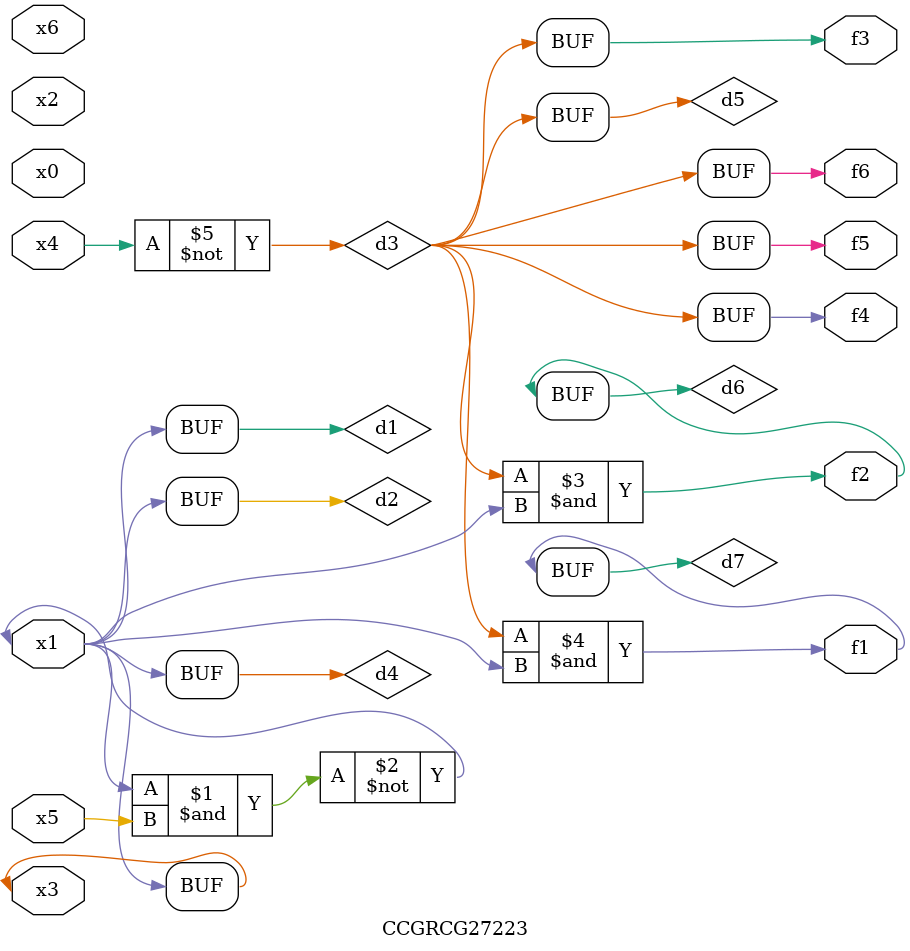
<source format=v>
module CCGRCG27223(
	input x0, x1, x2, x3, x4, x5, x6,
	output f1, f2, f3, f4, f5, f6
);

	wire d1, d2, d3, d4, d5, d6, d7;

	buf (d1, x1, x3);
	nand (d2, x1, x5);
	not (d3, x4);
	buf (d4, d1, d2);
	buf (d5, d3);
	and (d6, d3, d4);
	and (d7, d3, d4);
	assign f1 = d7;
	assign f2 = d6;
	assign f3 = d5;
	assign f4 = d5;
	assign f5 = d5;
	assign f6 = d5;
endmodule

</source>
